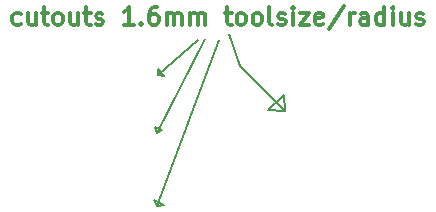
<source format=gbr>
G04 #@! TF.FileFunction,Other,Comment*
%FSLAX46Y46*%
G04 Gerber Fmt 4.6, Leading zero omitted, Abs format (unit mm)*
G04 Created by KiCad (PCBNEW 4.0.6) date 2018 April 18, Wednesday 08:04:54*
%MOMM*%
%LPD*%
G01*
G04 APERTURE LIST*
%ADD10C,0.100000*%
%ADD11C,0.300000*%
%ADD12C,0.200000*%
G04 APERTURE END LIST*
D10*
D11*
X-23314286Y3792857D02*
X-23457143Y3721429D01*
X-23742857Y3721429D01*
X-23885715Y3792857D01*
X-23957143Y3864286D01*
X-24028572Y4007143D01*
X-24028572Y4435714D01*
X-23957143Y4578571D01*
X-23885715Y4650000D01*
X-23742857Y4721429D01*
X-23457143Y4721429D01*
X-23314286Y4650000D01*
X-22028572Y4721429D02*
X-22028572Y3721429D01*
X-22671429Y4721429D02*
X-22671429Y3935714D01*
X-22600001Y3792857D01*
X-22457143Y3721429D01*
X-22242858Y3721429D01*
X-22100001Y3792857D01*
X-22028572Y3864286D01*
X-21528572Y4721429D02*
X-20957143Y4721429D01*
X-21314286Y5221429D02*
X-21314286Y3935714D01*
X-21242858Y3792857D01*
X-21100000Y3721429D01*
X-20957143Y3721429D01*
X-20242857Y3721429D02*
X-20385715Y3792857D01*
X-20457143Y3864286D01*
X-20528572Y4007143D01*
X-20528572Y4435714D01*
X-20457143Y4578571D01*
X-20385715Y4650000D01*
X-20242857Y4721429D01*
X-20028572Y4721429D01*
X-19885715Y4650000D01*
X-19814286Y4578571D01*
X-19742857Y4435714D01*
X-19742857Y4007143D01*
X-19814286Y3864286D01*
X-19885715Y3792857D01*
X-20028572Y3721429D01*
X-20242857Y3721429D01*
X-18457143Y4721429D02*
X-18457143Y3721429D01*
X-19100000Y4721429D02*
X-19100000Y3935714D01*
X-19028572Y3792857D01*
X-18885714Y3721429D01*
X-18671429Y3721429D01*
X-18528572Y3792857D01*
X-18457143Y3864286D01*
X-17957143Y4721429D02*
X-17385714Y4721429D01*
X-17742857Y5221429D02*
X-17742857Y3935714D01*
X-17671429Y3792857D01*
X-17528571Y3721429D01*
X-17385714Y3721429D01*
X-16957143Y3792857D02*
X-16814286Y3721429D01*
X-16528571Y3721429D01*
X-16385714Y3792857D01*
X-16314286Y3935714D01*
X-16314286Y4007143D01*
X-16385714Y4150000D01*
X-16528571Y4221429D01*
X-16742857Y4221429D01*
X-16885714Y4292857D01*
X-16957143Y4435714D01*
X-16957143Y4507143D01*
X-16885714Y4650000D01*
X-16742857Y4721429D01*
X-16528571Y4721429D01*
X-16385714Y4650000D01*
X-13742857Y3721429D02*
X-14600000Y3721429D01*
X-14171428Y3721429D02*
X-14171428Y5221429D01*
X-14314285Y5007143D01*
X-14457143Y4864286D01*
X-14600000Y4792857D01*
X-13100000Y3864286D02*
X-13028572Y3792857D01*
X-13100000Y3721429D01*
X-13171429Y3792857D01*
X-13100000Y3864286D01*
X-13100000Y3721429D01*
X-11742857Y5221429D02*
X-12028571Y5221429D01*
X-12171428Y5150000D01*
X-12242857Y5078571D01*
X-12385714Y4864286D01*
X-12457143Y4578571D01*
X-12457143Y4007143D01*
X-12385714Y3864286D01*
X-12314286Y3792857D01*
X-12171428Y3721429D01*
X-11885714Y3721429D01*
X-11742857Y3792857D01*
X-11671428Y3864286D01*
X-11600000Y4007143D01*
X-11600000Y4364286D01*
X-11671428Y4507143D01*
X-11742857Y4578571D01*
X-11885714Y4650000D01*
X-12171428Y4650000D01*
X-12314286Y4578571D01*
X-12385714Y4507143D01*
X-12457143Y4364286D01*
X-10957143Y3721429D02*
X-10957143Y4721429D01*
X-10957143Y4578571D02*
X-10885715Y4650000D01*
X-10742857Y4721429D01*
X-10528572Y4721429D01*
X-10385715Y4650000D01*
X-10314286Y4507143D01*
X-10314286Y3721429D01*
X-10314286Y4507143D02*
X-10242857Y4650000D01*
X-10100000Y4721429D01*
X-9885715Y4721429D01*
X-9742857Y4650000D01*
X-9671429Y4507143D01*
X-9671429Y3721429D01*
X-8957143Y3721429D02*
X-8957143Y4721429D01*
X-8957143Y4578571D02*
X-8885715Y4650000D01*
X-8742857Y4721429D01*
X-8528572Y4721429D01*
X-8385715Y4650000D01*
X-8314286Y4507143D01*
X-8314286Y3721429D01*
X-8314286Y4507143D02*
X-8242857Y4650000D01*
X-8100000Y4721429D01*
X-7885715Y4721429D01*
X-7742857Y4650000D01*
X-7671429Y4507143D01*
X-7671429Y3721429D01*
X-6028572Y4721429D02*
X-5457143Y4721429D01*
X-5814286Y5221429D02*
X-5814286Y3935714D01*
X-5742858Y3792857D01*
X-5600000Y3721429D01*
X-5457143Y3721429D01*
X-4742857Y3721429D02*
X-4885715Y3792857D01*
X-4957143Y3864286D01*
X-5028572Y4007143D01*
X-5028572Y4435714D01*
X-4957143Y4578571D01*
X-4885715Y4650000D01*
X-4742857Y4721429D01*
X-4528572Y4721429D01*
X-4385715Y4650000D01*
X-4314286Y4578571D01*
X-4242857Y4435714D01*
X-4242857Y4007143D01*
X-4314286Y3864286D01*
X-4385715Y3792857D01*
X-4528572Y3721429D01*
X-4742857Y3721429D01*
X-3385714Y3721429D02*
X-3528572Y3792857D01*
X-3600000Y3864286D01*
X-3671429Y4007143D01*
X-3671429Y4435714D01*
X-3600000Y4578571D01*
X-3528572Y4650000D01*
X-3385714Y4721429D01*
X-3171429Y4721429D01*
X-3028572Y4650000D01*
X-2957143Y4578571D01*
X-2885714Y4435714D01*
X-2885714Y4007143D01*
X-2957143Y3864286D01*
X-3028572Y3792857D01*
X-3171429Y3721429D01*
X-3385714Y3721429D01*
X-2028571Y3721429D02*
X-2171429Y3792857D01*
X-2242857Y3935714D01*
X-2242857Y5221429D01*
X-1528572Y3792857D02*
X-1385715Y3721429D01*
X-1100000Y3721429D01*
X-957143Y3792857D01*
X-885715Y3935714D01*
X-885715Y4007143D01*
X-957143Y4150000D01*
X-1100000Y4221429D01*
X-1314286Y4221429D01*
X-1457143Y4292857D01*
X-1528572Y4435714D01*
X-1528572Y4507143D01*
X-1457143Y4650000D01*
X-1314286Y4721429D01*
X-1100000Y4721429D01*
X-957143Y4650000D01*
X-242857Y3721429D02*
X-242857Y4721429D01*
X-242857Y5221429D02*
X-314286Y5150000D01*
X-242857Y5078571D01*
X-171429Y5150000D01*
X-242857Y5221429D01*
X-242857Y5078571D01*
X328572Y4721429D02*
X1114286Y4721429D01*
X328572Y3721429D01*
X1114286Y3721429D01*
X2257143Y3792857D02*
X2114286Y3721429D01*
X1828572Y3721429D01*
X1685715Y3792857D01*
X1614286Y3935714D01*
X1614286Y4507143D01*
X1685715Y4650000D01*
X1828572Y4721429D01*
X2114286Y4721429D01*
X2257143Y4650000D01*
X2328572Y4507143D01*
X2328572Y4364286D01*
X1614286Y4221429D01*
X4042857Y5292857D02*
X2757143Y3364286D01*
X4542858Y3721429D02*
X4542858Y4721429D01*
X4542858Y4435714D02*
X4614286Y4578571D01*
X4685715Y4650000D01*
X4828572Y4721429D01*
X4971429Y4721429D01*
X6114286Y3721429D02*
X6114286Y4507143D01*
X6042857Y4650000D01*
X5900000Y4721429D01*
X5614286Y4721429D01*
X5471429Y4650000D01*
X6114286Y3792857D02*
X5971429Y3721429D01*
X5614286Y3721429D01*
X5471429Y3792857D01*
X5400000Y3935714D01*
X5400000Y4078571D01*
X5471429Y4221429D01*
X5614286Y4292857D01*
X5971429Y4292857D01*
X6114286Y4364286D01*
X7471429Y3721429D02*
X7471429Y5221429D01*
X7471429Y3792857D02*
X7328572Y3721429D01*
X7042858Y3721429D01*
X6900000Y3792857D01*
X6828572Y3864286D01*
X6757143Y4007143D01*
X6757143Y4435714D01*
X6828572Y4578571D01*
X6900000Y4650000D01*
X7042858Y4721429D01*
X7328572Y4721429D01*
X7471429Y4650000D01*
X8185715Y3721429D02*
X8185715Y4721429D01*
X8185715Y5221429D02*
X8114286Y5150000D01*
X8185715Y5078571D01*
X8257143Y5150000D01*
X8185715Y5221429D01*
X8185715Y5078571D01*
X9542858Y4721429D02*
X9542858Y3721429D01*
X8900001Y4721429D02*
X8900001Y3935714D01*
X8971429Y3792857D01*
X9114287Y3721429D01*
X9328572Y3721429D01*
X9471429Y3792857D01*
X9542858Y3864286D01*
X10185715Y3792857D02*
X10328572Y3721429D01*
X10614287Y3721429D01*
X10757144Y3792857D01*
X10828572Y3935714D01*
X10828572Y4007143D01*
X10757144Y4150000D01*
X10614287Y4221429D01*
X10400001Y4221429D01*
X10257144Y4292857D01*
X10185715Y4435714D01*
X10185715Y4507143D01*
X10257144Y4650000D01*
X10400001Y4721429D01*
X10614287Y4721429D01*
X10757144Y4650000D01*
D12*
X-12000000Y-11100000D02*
X-11800000Y-11600000D01*
X-11200000Y-11500000D02*
X-12000000Y-11100000D01*
X-11800000Y-11600000D02*
X-11200000Y-11500000D01*
X-6500000Y2400000D02*
X-11800000Y-11600000D01*
X-11300000Y-5200000D02*
X-11800000Y-5400000D01*
X-11900000Y-4900000D02*
X-11300000Y-5200000D01*
X-11800000Y-5400000D02*
X-11900000Y-4900000D01*
X-7700000Y2500000D02*
X-11800000Y-5400000D01*
X-11200000Y-600000D02*
X-11700000Y-500000D01*
X-11700000Y0D02*
X-11200000Y-600000D01*
X-11700000Y-500000D02*
X-11700000Y0D01*
X-8300000Y2400000D02*
X-11700000Y-500000D01*
X-4700000Y200000D02*
X-5700000Y2900000D01*
X-900000Y-3600000D02*
X-4700000Y200000D01*
X-2400000Y-3500000D02*
X-1000000Y-2200000D01*
X-900000Y-3600000D02*
X-2400000Y-3500000D01*
X-1000000Y-2200000D02*
X-900000Y-3600000D01*
M02*

</source>
